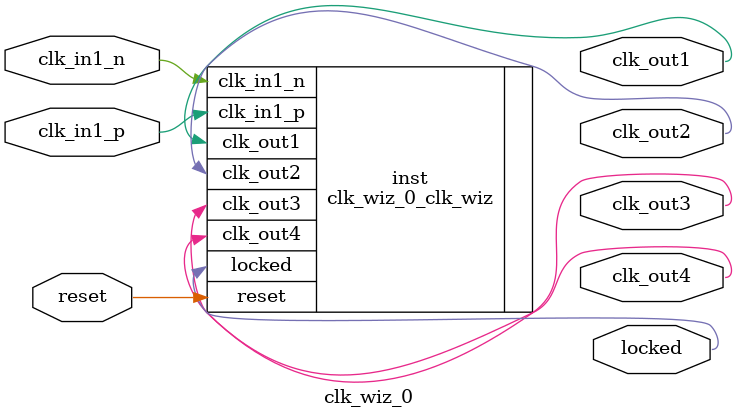
<source format=v>


`timescale 1ps/1ps

(* CORE_GENERATION_INFO = "clk_wiz_0,clk_wiz_v6_0_5_0_0,{component_name=clk_wiz_0,use_phase_alignment=false,use_min_o_jitter=false,use_max_i_jitter=false,use_dyn_phase_shift=false,use_inclk_switchover=false,use_dyn_reconfig=false,enable_axi=0,feedback_source=FDBK_AUTO,PRIMITIVE=MMCM,num_out_clk=4,clkin1_period=5.000,clkin2_period=10.0,use_power_down=false,use_reset=true,use_locked=true,use_inclk_stopped=false,feedback_type=SINGLE,CLOCK_MGR_TYPE=NA,manual_override=false}" *)

module clk_wiz_0 
 (
  // Clock out ports
  output        clk_out1,
  output        clk_out2,
  output        clk_out3,
  output        clk_out4,
  // Status and control signals
  input         reset,
  output        locked,
 // Clock in ports
  input         clk_in1_p,
  input         clk_in1_n
 );

  clk_wiz_0_clk_wiz inst
  (
  // Clock out ports  
  .clk_out1(clk_out1),
  .clk_out2(clk_out2),
  .clk_out3(clk_out3),
  .clk_out4(clk_out4),
  // Status and control signals               
  .reset(reset), 
  .locked(locked),
 // Clock in ports
  .clk_in1_p(clk_in1_p),
  .clk_in1_n(clk_in1_n)
  );

endmodule

</source>
